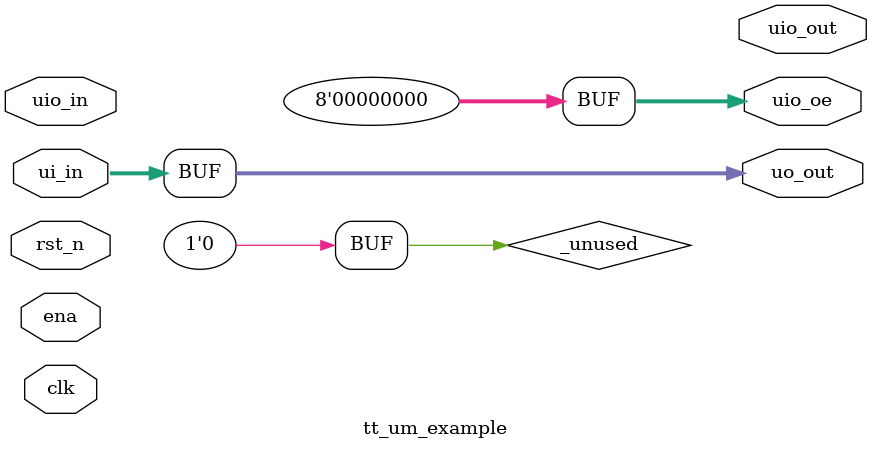
<source format=v>
/*
 * Copyright (c) 2024 Your Name
 * SPDX-License-Identifier: Apache-2.0
 */

`default_nettype none

module tt_um_example (
    input  wire [7:0] ui_in,    // Dedicated inputs
    output wire [7:0] uo_out,   // Dedicated outputs
    input  wire [7:0] uio_in,   // IOs: Input path
    output wire [7:0] uio_out,  // IOs: Output path
    output wire [7:0] uio_oe,   // IOs: Enable path (active high: 0=input, 1=output)
    input  wire       ena,      // always 1 when the design is powered, so you can ignore it
    input  wire       clk,      // clock
    input  wire       rst_n     // reset_n - low to reset
);

  // All output pins must be assigned. If not used, assign to 0.
  assign uo_out  = ui_in ;  // Example: ou_out is the sum of ui_in and uio_in
  assign uio_oe  = 0;

  // List all unused inputs to prevent warnings
  wire _unused = &{uio_in[0],uio_in[1],uio_in[2],uio_in[3],uio_in[4],uio_in[5],uio_in[6],uio_in[7], ena, clk, rst_n, 1'b0};

endmodule

</source>
